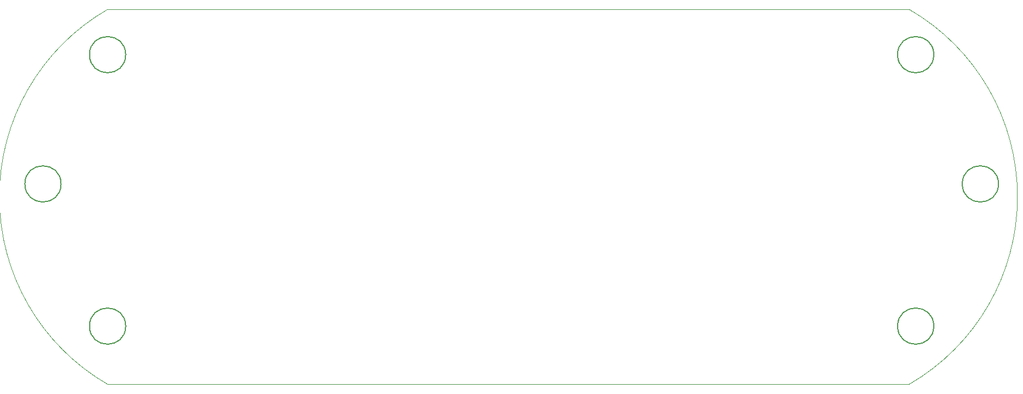
<source format=gbr>
%TF.GenerationSoftware,KiCad,Pcbnew,7.0.5-7.0.5~ubuntu20.04.1*%
%TF.CreationDate,2023-06-19T07:22:00+00:00*%
%TF.ProjectId,Controler_NRF24L01_Exclude_v3,436f6e74-726f-46c6-9572-5f4e52463234,rev?*%
%TF.SameCoordinates,Original*%
%TF.FileFunction,Other,Comment*%
%FSLAX45Y45*%
G04 Gerber Fmt 4.5, Leading zero omitted, Abs format (unit mm)*
G04 Created by KiCad (PCBNEW 7.0.5-7.0.5~ubuntu20.04.1) date 2023-06-19 07:22:00*
%MOMM*%
%LPD*%
G01*
G04 APERTURE LIST*
%TA.AperFunction,Profile*%
%ADD10C,0.050000*%
%TD*%
%TA.AperFunction,Profile*%
%ADD11C,0.100000*%
%TD*%
%ADD12C,0.150000*%
G04 APERTURE END LIST*
D10*
X20569000Y-12290000D02*
G75*
G03*
X20569000Y-6490000I-1674316J2900000D01*
G01*
D11*
X8169000Y-6490000D02*
X20569000Y-6490000D01*
X8169000Y-12290000D02*
X20569000Y-12290000D01*
D10*
X8169000Y-6490000D02*
G75*
G03*
X8169000Y-12290000I1674316J-2900000D01*
G01*
D12*
X8449000Y-7190000D02*
G75*
G03*
X8449000Y-7190000I-280000J0D01*
G01*
X8449000Y-11390000D02*
G75*
G03*
X8449000Y-11390000I-280000J0D01*
G01*
X20949000Y-7190000D02*
G75*
G03*
X20949000Y-7190000I-280000J0D01*
G01*
X21949000Y-9190000D02*
G75*
G03*
X21949000Y-9190000I-280000J0D01*
G01*
X7449000Y-9190000D02*
G75*
G03*
X7449000Y-9190000I-280000J0D01*
G01*
X20949000Y-11390000D02*
G75*
G03*
X20949000Y-11390000I-280000J0D01*
G01*
M02*

</source>
